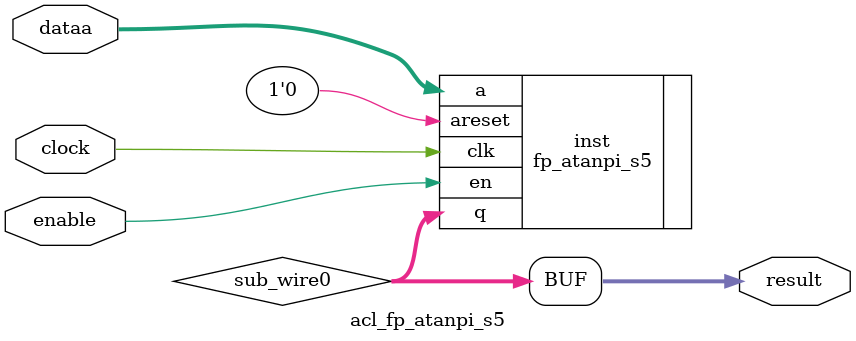
<source format=v>

`timescale 1 ps / 1 ps
// synopsys translate_on
module acl_fp_atanpi_s5 (
	enable,
	clock,
	dataa,
	result);

	input	  enable;
	input	  clock;
	input	[31:0]  dataa;
	output	[31:0]  result;

	wire [31:0] sub_wire0;
	wire [31:0] result = sub_wire0[31:0];

	fp_atanpi_s5	inst (
				.en (enable),
        .areset(1'b0),
				.clk(clock),
				.a(dataa),
				.q(sub_wire0));

endmodule

</source>
